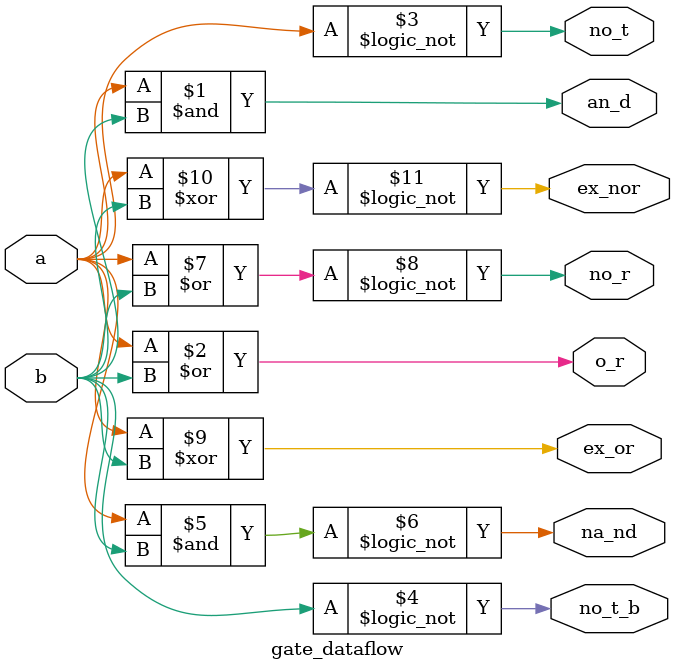
<source format=sv>


module gate_dataflow(input logic a,b,output logic an_d,o_r,no_t,no_t_b,na_nd,no_r,ex_or,ex_nor

    );
    assign  an_d=a&b;
    assign o_r=a|b;
    assign no_t=!a;
    assign no_t_b=!b;
    assign na_nd=!(a&b);
    assign no_r=!(a|b);
    assign ex_or=a^b; 
    assign ex_nor=!(a^b);
endmodule

</source>
